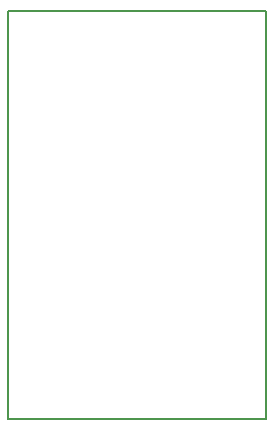
<source format=gbo>
G04 MADE WITH FRITZING*
G04 WWW.FRITZING.ORG*
G04 DOUBLE SIDED*
G04 HOLES PLATED*
G04 CONTOUR ON CENTER OF CONTOUR VECTOR*
%ASAXBY*%
%FSLAX23Y23*%
%MOIN*%
%OFA0B0*%
%SFA1.0B1.0*%
%ADD10R,0.867728X1.364700X0.851728X1.348700*%
%ADD11C,0.008000*%
%LNSILK0*%
G90*
G70*
G54D11*
X4Y1361D02*
X864Y1361D01*
X864Y4D01*
X4Y4D01*
X4Y1361D01*
D02*
G04 End of Silk0*
M02*
</source>
